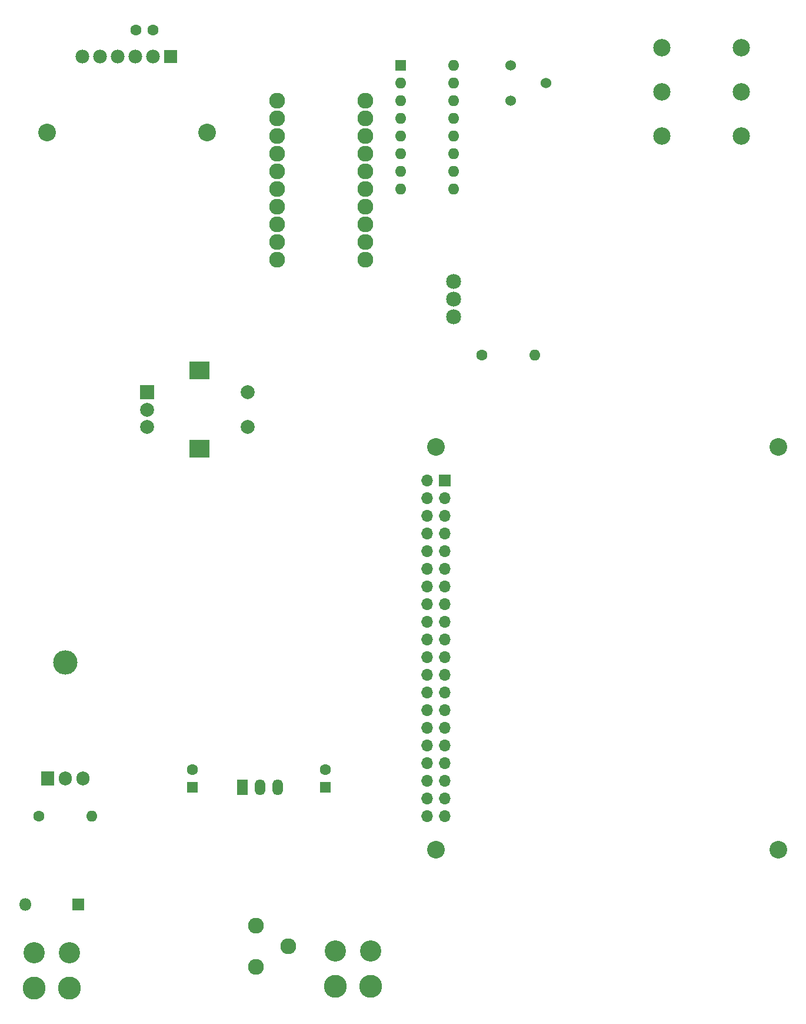
<source format=gbr>
%TF.GenerationSoftware,KiCad,Pcbnew,6.0.3-a3aad9c10e~116~ubuntu20.04.1*%
%TF.CreationDate,2022-03-20T21:21:38-04:00*%
%TF.ProjectId,ProtoPi-Board,50726f74-6f50-4692-9d42-6f6172642e6b,rev?*%
%TF.SameCoordinates,PX68290a0PY76b1be0*%
%TF.FileFunction,Soldermask,Top*%
%TF.FilePolarity,Negative*%
%FSLAX46Y46*%
G04 Gerber Fmt 4.6, Leading zero omitted, Abs format (unit mm)*
G04 Created by KiCad (PCBNEW 6.0.3-a3aad9c10e~116~ubuntu20.04.1) date 2022-03-20 21:21:38*
%MOMM*%
%LPD*%
G01*
G04 APERTURE LIST*
%ADD10C,2.500000*%
%ADD11C,1.600000*%
%ADD12O,1.600000X1.600000*%
%ADD13C,2.286000*%
%ADD14R,1.800000X1.800000*%
%ADD15O,1.800000X1.800000*%
%ADD16R,1.600000X1.600000*%
%ADD17C,3.302000*%
%ADD18C,3.048000*%
%ADD19R,2.000000X2.000000*%
%ADD20C,2.000000*%
%ADD21R,3.000000X2.500000*%
%ADD22C,1.524000*%
%ADD23C,2.159000*%
%ADD24C,2.540000*%
%ADD25R,1.700000X1.700000*%
%ADD26O,1.700000X1.700000*%
%ADD27O,3.500000X3.500000*%
%ADD28R,1.905000X2.000000*%
%ADD29O,1.905000X2.000000*%
%ADD30R,1.981200X1.981200*%
%ADD31C,1.981200*%
%ADD32R,1.500000X2.300000*%
%ADD33O,1.500000X2.300000*%
G04 APERTURE END LIST*
D10*
%TO.C,SW3*%
X40132000Y90170000D03*
X40132000Y77470000D03*
X28732000Y90170000D03*
X28732000Y77470000D03*
X40132000Y83820000D03*
X28732000Y83820000D03*
%TD*%
D11*
%TO.C,R1*%
X-60960000Y-20320000D03*
D12*
X-53340000Y-20320000D03*
%TD*%
D13*
%TO.C,J2*%
X-29718000Y-36068000D03*
X-29718000Y-42068001D03*
X-25018000Y-39068000D03*
%TD*%
D14*
%TO.C,D1*%
X-55245000Y-33020000D03*
D15*
X-62865000Y-33020000D03*
%TD*%
D13*
%TO.C,U3*%
X-26670000Y82550000D03*
X-26670000Y80010000D03*
X-26670000Y77470000D03*
X-26670000Y74930000D03*
X-26670000Y72390000D03*
X-26670000Y69850000D03*
X-26670000Y67310000D03*
X-26670000Y64770000D03*
X-26670000Y62230000D03*
X-26670000Y59690000D03*
X-13970000Y59690000D03*
X-13970000Y62230000D03*
X-13970000Y64770000D03*
X-13970000Y67310000D03*
X-13970000Y69850000D03*
X-13970000Y72390000D03*
X-13970000Y74930000D03*
X-13970000Y77470000D03*
X-13970000Y80010000D03*
X-13970000Y82550000D03*
%TD*%
D16*
%TO.C,U4*%
X-8880000Y87615000D03*
D12*
X-8880000Y85075000D03*
X-8880000Y82535000D03*
X-8880000Y79995000D03*
X-8880000Y77455000D03*
X-8880000Y74915000D03*
X-8880000Y72375000D03*
X-8880000Y69835000D03*
X-1260000Y69835000D03*
X-1260000Y72375000D03*
X-1260000Y74915000D03*
X-1260000Y77455000D03*
X-1260000Y79995000D03*
X-1260000Y82535000D03*
X-1260000Y85075000D03*
X-1260000Y87615000D03*
%TD*%
D17*
%TO.C,M1*%
X-56515000Y-45085000D03*
X-61595000Y-45085000D03*
D18*
X-56515000Y-40005000D03*
X-61595000Y-40005000D03*
%TD*%
D19*
%TO.C,SW1*%
X-45350000Y40600000D03*
D20*
X-45350000Y35600000D03*
X-45350000Y38100000D03*
D21*
X-37850000Y32500000D03*
X-37850000Y43700000D03*
D20*
X-30850000Y40600000D03*
X-30850000Y35600000D03*
%TD*%
D22*
%TO.C,R2*%
X6985000Y87630000D03*
X12065000Y85090000D03*
X6985000Y82550000D03*
%TD*%
D23*
%TO.C,J1*%
X-1270000Y56515000D03*
X-1270000Y53975000D03*
X-1270000Y51435000D03*
%TD*%
D11*
%TO.C,R3*%
X2794000Y45974000D03*
D12*
X10414000Y45974000D03*
%TD*%
D16*
%TO.C,C3*%
X-19685000Y-16191113D03*
D11*
X-19685000Y-13691113D03*
%TD*%
D17*
%TO.C,SW2*%
X-18288000Y-44813500D03*
X-13208000Y-44813500D03*
D18*
X-13208000Y-39733500D03*
X-18288000Y-39733500D03*
%TD*%
D24*
%TO.C,J3*%
X-3810000Y32766000D03*
X-3810000Y-25146000D03*
X45466000Y-25146000D03*
X45466000Y32766000D03*
D25*
X-2540000Y27940000D03*
D26*
X-5080000Y27940000D03*
X-2540000Y25400000D03*
X-5080000Y25400000D03*
X-2540000Y22860000D03*
X-5080000Y22860000D03*
X-2540000Y20320000D03*
X-5080000Y20320000D03*
X-2540000Y17780000D03*
X-5080000Y17780000D03*
X-2540000Y15240000D03*
X-5080000Y15240000D03*
X-2540000Y12700000D03*
X-5080000Y12700000D03*
X-2540000Y10160000D03*
X-5080000Y10160000D03*
X-2540000Y7620000D03*
X-5080000Y7620000D03*
X-2540000Y5080000D03*
X-5080000Y5080000D03*
X-2540000Y2540000D03*
X-5080000Y2540000D03*
X-2540000Y0D03*
X-5080000Y0D03*
X-2540000Y-2540000D03*
X-5080000Y-2540000D03*
X-2540000Y-5080000D03*
X-5080000Y-5080000D03*
X-2540000Y-7620000D03*
X-5080000Y-7620000D03*
X-2540000Y-10160000D03*
X-5080000Y-10160000D03*
X-2540000Y-12700000D03*
X-5080000Y-12700000D03*
X-2540000Y-15240000D03*
X-5080000Y-15240000D03*
X-2540000Y-17780000D03*
X-5080000Y-17780000D03*
X-2540000Y-20320000D03*
X-5080000Y-20320000D03*
%TD*%
D27*
%TO.C,Q1*%
X-57150000Y1715000D03*
D28*
X-59690000Y-14945000D03*
D29*
X-57150000Y-14945000D03*
X-54610000Y-14945000D03*
%TD*%
D16*
%TO.C,C2*%
X-38862000Y-16191113D03*
D11*
X-38862000Y-13691113D03*
%TD*%
D24*
%TO.C,U2*%
X-59778900Y77978000D03*
X-36690300Y77978000D03*
D30*
X-41948100Y88823800D03*
D31*
X-44488100Y88823800D03*
X-47028100Y88823800D03*
X-49568100Y88823800D03*
X-52108100Y88823800D03*
X-54648100Y88823800D03*
%TD*%
D11*
%TO.C,C1*%
X-46990000Y92710000D03*
X-44490000Y92710000D03*
%TD*%
D32*
%TO.C,U1*%
X-31657000Y-16177500D03*
D33*
X-29117000Y-16177500D03*
X-26577000Y-16177500D03*
%TD*%
M02*

</source>
